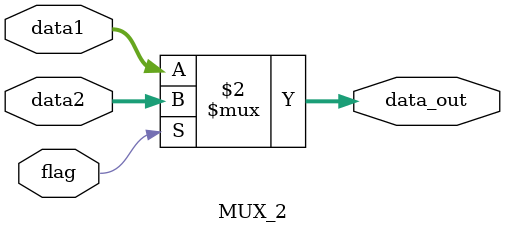
<source format=v>
module MUX_2
#(parameter N = 32) 
(input [N - 1: 0] data1, data2, input flag, output [N - 1: 0] data_out);

	assign data_out = (flag == 0) ? data1 : data2;

endmodule
</source>
